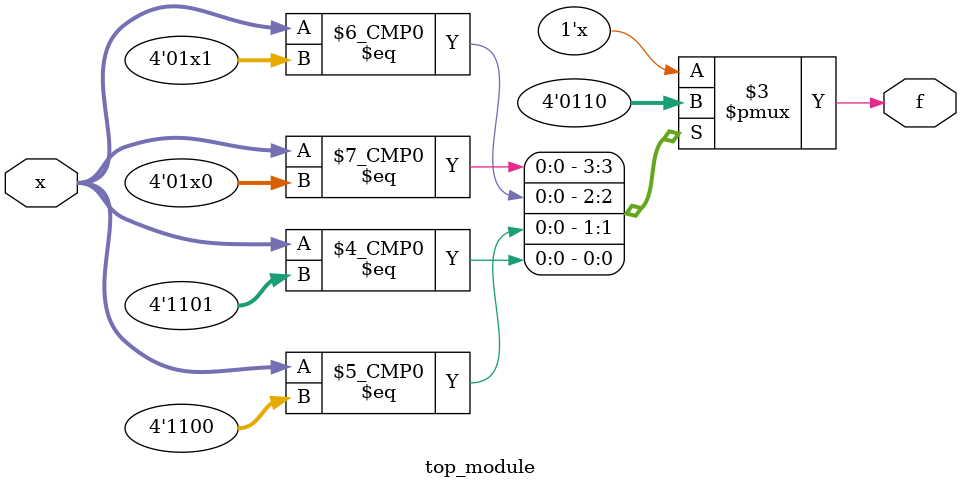
<source format=sv>
module top_module (
	input [4:1] x,
	output logic f
);

	always_comb begin
		f = 1'b0;
		
		case (x)
			4'b01x0: f = 1'b0;
			4'b01x1: f = 1'b1;
			4'b0101: f = 1'b1;
			4'b0110: f = 1'b1;
			4'b1100: f = 1'b1;
			4'b1101: f = 1'b0;
			default: f = 1'b?; // Choose to output whatever value is convenient.
		endcase
	end
endmodule

</source>
